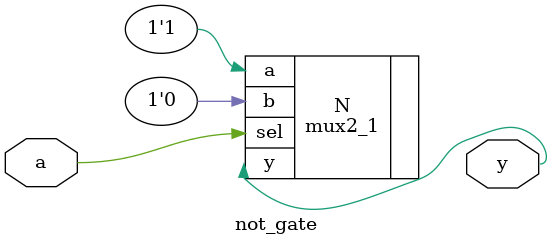
<source format=v>
`timescale 1ns / 1ps


module not_gate(input a,output y);
mux2_1 N(.sel(a),.a(1'b1),.b(1'b0),.y(y));
endmodule

</source>
